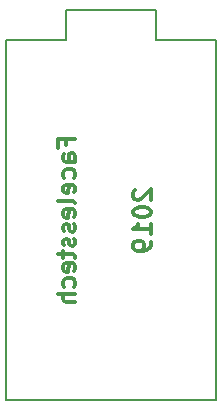
<source format=gbr>
G04 #@! TF.GenerationSoftware,KiCad,Pcbnew,5.0.2+dfsg1-1~bpo9+1*
G04 #@! TF.CreationDate,2019-05-16T11:20:28+01:00*
G04 #@! TF.ProjectId,arduino_controller_psp_stick,61726475-696e-46f5-9f63-6f6e74726f6c,rev?*
G04 #@! TF.SameCoordinates,Original*
G04 #@! TF.FileFunction,Legend,Bot*
G04 #@! TF.FilePolarity,Positive*
%FSLAX46Y46*%
G04 Gerber Fmt 4.6, Leading zero omitted, Abs format (unit mm)*
G04 Created by KiCad (PCBNEW 5.0.2+dfsg1-1~bpo9+1) date Thu 16 May 2019 11:20:28 BST*
%MOMM*%
%LPD*%
G01*
G04 APERTURE LIST*
%ADD10C,0.300000*%
%ADD11C,0.150000*%
G04 APERTURE END LIST*
D10*
X148292428Y-79597571D02*
X148221000Y-79669000D01*
X148149571Y-79811857D01*
X148149571Y-80169000D01*
X148221000Y-80311857D01*
X148292428Y-80383285D01*
X148435285Y-80454714D01*
X148578142Y-80454714D01*
X148792428Y-80383285D01*
X149649571Y-79526142D01*
X149649571Y-80454714D01*
X148149571Y-81383285D02*
X148149571Y-81526142D01*
X148221000Y-81669000D01*
X148292428Y-81740428D01*
X148435285Y-81811857D01*
X148721000Y-81883285D01*
X149078142Y-81883285D01*
X149363857Y-81811857D01*
X149506714Y-81740428D01*
X149578142Y-81669000D01*
X149649571Y-81526142D01*
X149649571Y-81383285D01*
X149578142Y-81240428D01*
X149506714Y-81169000D01*
X149363857Y-81097571D01*
X149078142Y-81026142D01*
X148721000Y-81026142D01*
X148435285Y-81097571D01*
X148292428Y-81169000D01*
X148221000Y-81240428D01*
X148149571Y-81383285D01*
X149649571Y-83311857D02*
X149649571Y-82454714D01*
X149649571Y-82883285D02*
X148149571Y-82883285D01*
X148363857Y-82740428D01*
X148506714Y-82597571D01*
X148578142Y-82454714D01*
X149649571Y-84026142D02*
X149649571Y-84311857D01*
X149578142Y-84454714D01*
X149506714Y-84526142D01*
X149292428Y-84669000D01*
X149006714Y-84740428D01*
X148435285Y-84740428D01*
X148292428Y-84669000D01*
X148221000Y-84597571D01*
X148149571Y-84454714D01*
X148149571Y-84169000D01*
X148221000Y-84026142D01*
X148292428Y-83954714D01*
X148435285Y-83883285D01*
X148792428Y-83883285D01*
X148935285Y-83954714D01*
X149006714Y-84026142D01*
X149078142Y-84169000D01*
X149078142Y-84454714D01*
X149006714Y-84597571D01*
X148935285Y-84669000D01*
X148792428Y-84740428D01*
X142450357Y-75776142D02*
X142450357Y-75276142D01*
X143236071Y-75276142D02*
X141736071Y-75276142D01*
X141736071Y-75990428D01*
X143236071Y-77204714D02*
X142450357Y-77204714D01*
X142307500Y-77133285D01*
X142236071Y-76990428D01*
X142236071Y-76704714D01*
X142307500Y-76561857D01*
X143164642Y-77204714D02*
X143236071Y-77061857D01*
X143236071Y-76704714D01*
X143164642Y-76561857D01*
X143021785Y-76490428D01*
X142878928Y-76490428D01*
X142736071Y-76561857D01*
X142664642Y-76704714D01*
X142664642Y-77061857D01*
X142593214Y-77204714D01*
X143164642Y-78561857D02*
X143236071Y-78419000D01*
X143236071Y-78133285D01*
X143164642Y-77990428D01*
X143093214Y-77919000D01*
X142950357Y-77847571D01*
X142521785Y-77847571D01*
X142378928Y-77919000D01*
X142307500Y-77990428D01*
X142236071Y-78133285D01*
X142236071Y-78419000D01*
X142307500Y-78561857D01*
X143164642Y-79776142D02*
X143236071Y-79633285D01*
X143236071Y-79347571D01*
X143164642Y-79204714D01*
X143021785Y-79133285D01*
X142450357Y-79133285D01*
X142307500Y-79204714D01*
X142236071Y-79347571D01*
X142236071Y-79633285D01*
X142307500Y-79776142D01*
X142450357Y-79847571D01*
X142593214Y-79847571D01*
X142736071Y-79133285D01*
X143236071Y-80704714D02*
X143164642Y-80561857D01*
X143021785Y-80490428D01*
X141736071Y-80490428D01*
X143164642Y-81847571D02*
X143236071Y-81704714D01*
X143236071Y-81419000D01*
X143164642Y-81276142D01*
X143021785Y-81204714D01*
X142450357Y-81204714D01*
X142307500Y-81276142D01*
X142236071Y-81419000D01*
X142236071Y-81704714D01*
X142307500Y-81847571D01*
X142450357Y-81919000D01*
X142593214Y-81919000D01*
X142736071Y-81204714D01*
X143164642Y-82490428D02*
X143236071Y-82633285D01*
X143236071Y-82919000D01*
X143164642Y-83061857D01*
X143021785Y-83133285D01*
X142950357Y-83133285D01*
X142807500Y-83061857D01*
X142736071Y-82919000D01*
X142736071Y-82704714D01*
X142664642Y-82561857D01*
X142521785Y-82490428D01*
X142450357Y-82490428D01*
X142307500Y-82561857D01*
X142236071Y-82704714D01*
X142236071Y-82919000D01*
X142307500Y-83061857D01*
X143164642Y-83704714D02*
X143236071Y-83847571D01*
X143236071Y-84133285D01*
X143164642Y-84276142D01*
X143021785Y-84347571D01*
X142950357Y-84347571D01*
X142807500Y-84276142D01*
X142736071Y-84133285D01*
X142736071Y-83919000D01*
X142664642Y-83776142D01*
X142521785Y-83704714D01*
X142450357Y-83704714D01*
X142307500Y-83776142D01*
X142236071Y-83919000D01*
X142236071Y-84133285D01*
X142307500Y-84276142D01*
X142236071Y-84776142D02*
X142236071Y-85347571D01*
X141736071Y-84990428D02*
X143021785Y-84990428D01*
X143164642Y-85061857D01*
X143236071Y-85204714D01*
X143236071Y-85347571D01*
X143164642Y-86419000D02*
X143236071Y-86276142D01*
X143236071Y-85990428D01*
X143164642Y-85847571D01*
X143021785Y-85776142D01*
X142450357Y-85776142D01*
X142307500Y-85847571D01*
X142236071Y-85990428D01*
X142236071Y-86276142D01*
X142307500Y-86419000D01*
X142450357Y-86490428D01*
X142593214Y-86490428D01*
X142736071Y-85776142D01*
X143164642Y-87776142D02*
X143236071Y-87633285D01*
X143236071Y-87347571D01*
X143164642Y-87204714D01*
X143093214Y-87133285D01*
X142950357Y-87061857D01*
X142521785Y-87061857D01*
X142378928Y-87133285D01*
X142307500Y-87204714D01*
X142236071Y-87347571D01*
X142236071Y-87633285D01*
X142307500Y-87776142D01*
X143236071Y-88419000D02*
X141736071Y-88419000D01*
X143236071Y-89061857D02*
X142450357Y-89061857D01*
X142307500Y-88990428D01*
X142236071Y-88847571D01*
X142236071Y-88633285D01*
X142307500Y-88490428D01*
X142378928Y-88419000D01*
D11*
G04 #@! TO.C,U1*
X155168500Y-66911500D02*
X155168500Y-97391500D01*
X155168500Y-66911500D02*
X150088500Y-66911500D01*
X150088500Y-66911500D02*
X150088500Y-64371500D01*
X150088500Y-64371500D02*
X142468500Y-64371500D01*
X142468500Y-64371500D02*
X142468500Y-66911500D01*
X142468500Y-66911500D02*
X137388500Y-66911500D01*
X137388500Y-66911500D02*
X137388500Y-97391500D01*
X137388500Y-97391500D02*
X155168500Y-97391500D01*
G04 #@! TD*
M02*

</source>
